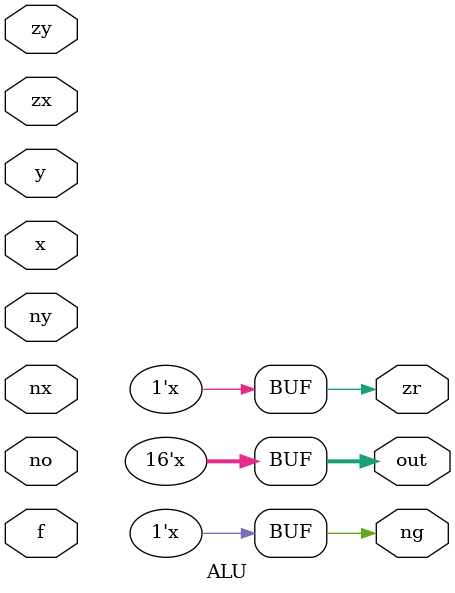
<source format=v>
module ALU (
  input [15:0] x,
  input [15:0] y,
  input zx, nx, zy, ny, f, no,
  output [15:0] out,
  output zr, ng
);

  wire [15:0] x_output, y_output;

  //if(zx==1)x_output(all->0)
  //else if(nx==1)x_output=not(x)
  //else x_output=x
  assign x_output = (zx) ? 16'b0 : (nx) ? ~x : x; 

  //if(zy=1)y_output(all->0)
  //else if(ny==1)y_output=not(y)
  //else y_output=y
  assign y_output = (zy) ? 16'b0 : (ny) ? ~y : y; 


  always @* begin
    if (f) //f=1
      out = x_output + y_output;

    else //f=0
      out = x_output & y_output;
  end

  always @* begin
    if (no)
      out = ~out; //if(no==1)not(out)
  end

  always @* begin
    zr = (out == 16'b0);
  end

  always @* begin
    ng = (out < 0);
  end

endmodule

</source>
